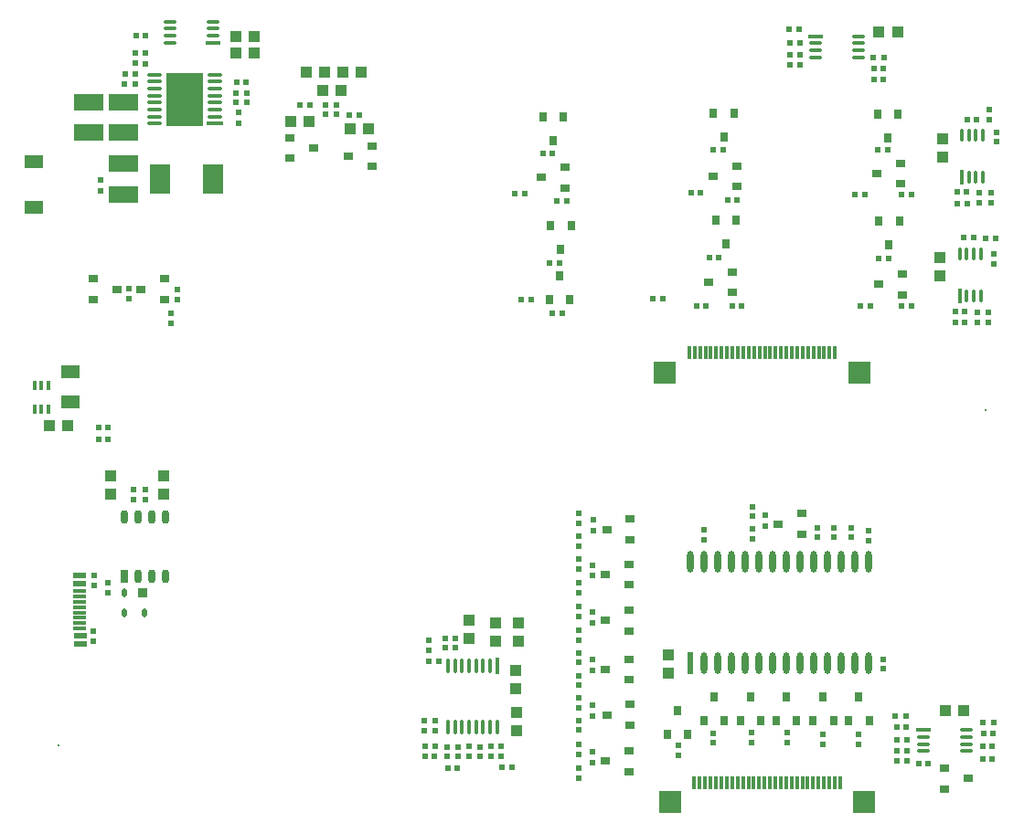
<source format=gtp>
G04*
G04 #@! TF.GenerationSoftware,Altium Limited,Altium Designer,20.2.7 (254)*
G04*
G04 Layer_Color=8421504*
%FSLAX44Y44*%
%MOMM*%
G71*
G04*
G04 #@! TF.SameCoordinates,7EC108C9-9281-4557-961A-1BC1E5D73618*
G04*
G04*
G04 #@! TF.FilePolarity,Positive*
G04*
G01*
G75*
%ADD15R,0.6000X0.6000*%
%ADD16R,1.3000X0.3000*%
%ADD17R,1.3000X0.6000*%
%ADD18R,2.7000X1.6000*%
%ADD19R,0.6000X0.5500*%
%ADD20R,0.6000X0.6000*%
%ADD21R,0.5500X0.6000*%
%ADD22R,1.1000X1.0000*%
%ADD23R,0.4000X0.9000*%
%ADD24R,1.9050X2.7900*%
%ADD25O,1.5000X0.3500*%
%ADD26R,1.5000X0.3500*%
%ADD27R,3.4000X5.0000*%
%ADD28O,0.7000X1.3000*%
%ADD29R,0.7000X1.3000*%
%ADD30C,0.3000*%
%ADD31R,2.0000X2.0000*%
%ADD32R,0.3000X1.2000*%
%ADD33R,0.9000X0.8000*%
%ADD34R,0.8000X0.9000*%
%ADD35R,0.8800X0.8500*%
%ADD36O,0.5000X0.8500*%
%ADD37R,1.7600X1.3000*%
%ADD38R,1.8000X1.3000*%
%ADD39O,1.3500X0.3500*%
%ADD40R,1.3500X0.3500*%
%ADD41O,0.3500X1.3500*%
%ADD42R,0.3500X1.3500*%
%ADD43O,0.3500X1.5000*%
%ADD44R,0.3500X1.5000*%
%ADD45O,0.6000X2.0000*%
%ADD46R,0.6000X2.0000*%
%ADD47R,1.0000X1.1000*%
D15*
X208000Y704000D02*
D03*
Y694000D02*
D03*
X80000Y631000D02*
D03*
Y641000D02*
D03*
X121000Y749000D02*
D03*
Y759000D02*
D03*
X536378Y326277D02*
D03*
Y316277D02*
D03*
X535378Y284277D02*
D03*
Y274277D02*
D03*
Y196277D02*
D03*
Y186277D02*
D03*
X535378Y240278D02*
D03*
Y230278D02*
D03*
Y111277D02*
D03*
Y101277D02*
D03*
X535378Y154277D02*
D03*
Y144277D02*
D03*
X694870Y330310D02*
D03*
Y320310D02*
D03*
D16*
X60625Y225250D02*
D03*
Y245250D02*
D03*
Y240250D02*
D03*
Y235250D02*
D03*
Y250250D02*
D03*
Y230250D02*
D03*
Y255250D02*
D03*
Y260250D02*
D03*
D17*
X60675Y274750D02*
D03*
X60700Y218800D02*
D03*
X60675Y266750D02*
D03*
X60700Y210800D02*
D03*
D18*
X101000Y656000D02*
D03*
Y628000D02*
D03*
X69000Y713000D02*
D03*
Y685000D02*
D03*
X101000Y713000D02*
D03*
Y685000D02*
D03*
D19*
X111500Y739000D02*
D03*
X102500D02*
D03*
X205500Y732000D02*
D03*
X214500D02*
D03*
X112500Y775000D02*
D03*
X121500D02*
D03*
X401090Y95480D02*
D03*
X410090D02*
D03*
X380090Y106490D02*
D03*
X389090D02*
D03*
X319460Y701310D02*
D03*
X310460D02*
D03*
X264560Y710720D02*
D03*
X273560D02*
D03*
X795660Y744500D02*
D03*
X804660D02*
D03*
X726660Y780500D02*
D03*
X717660D02*
D03*
X795660Y734500D02*
D03*
X804660D02*
D03*
X718160Y747500D02*
D03*
X727160D02*
D03*
Y757500D02*
D03*
X718160D02*
D03*
X727160Y768500D02*
D03*
X718160D02*
D03*
X882230Y696900D02*
D03*
X891230D02*
D03*
X872730Y629900D02*
D03*
X881730D02*
D03*
X879230Y587400D02*
D03*
X888230D02*
D03*
X871230Y518900D02*
D03*
X880230D02*
D03*
X873230Y618900D02*
D03*
X882230D02*
D03*
X899230Y586900D02*
D03*
X908230D02*
D03*
X871230Y508900D02*
D03*
X880230D02*
D03*
X460580Y96600D02*
D03*
X451580D02*
D03*
X647370Y669310D02*
D03*
X656370D02*
D03*
X489370Y665310D02*
D03*
X498370D02*
D03*
X800370Y568310D02*
D03*
X809370D02*
D03*
X380240Y116630D02*
D03*
X389240D02*
D03*
X393000Y194540D02*
D03*
X384000D02*
D03*
X660370Y622310D02*
D03*
X669370D02*
D03*
X502370Y621310D02*
D03*
X511370D02*
D03*
X821370Y524310D02*
D03*
X830370D02*
D03*
X591370Y531310D02*
D03*
X600370D02*
D03*
X643500Y569000D02*
D03*
X652500D02*
D03*
X799370Y669310D02*
D03*
X808370D02*
D03*
X495370Y564310D02*
D03*
X504370D02*
D03*
X626370Y629310D02*
D03*
X635370D02*
D03*
X664370Y524310D02*
D03*
X673370D02*
D03*
X821370Y627310D02*
D03*
X830370D02*
D03*
X498370Y517310D02*
D03*
X507370D02*
D03*
X463370Y628310D02*
D03*
X472370D02*
D03*
X783370Y524310D02*
D03*
X792370D02*
D03*
X631370D02*
D03*
X640370D02*
D03*
X778370Y627310D02*
D03*
X787370D02*
D03*
X825870Y134310D02*
D03*
X816870D02*
D03*
X846370Y100310D02*
D03*
X837370D02*
D03*
X826370Y102306D02*
D03*
X817370D02*
D03*
X826370Y122306D02*
D03*
X817370D02*
D03*
X469329Y530537D02*
D03*
X478329D02*
D03*
X897370Y128310D02*
D03*
X906370D02*
D03*
X896370Y116310D02*
D03*
X905370D02*
D03*
X896370Y104310D02*
D03*
X905370D02*
D03*
X77920Y400600D02*
D03*
X86920D02*
D03*
X86920Y411600D02*
D03*
X77920D02*
D03*
D20*
X112000Y730000D02*
D03*
X102000D02*
D03*
X205000Y722000D02*
D03*
X215000D02*
D03*
X205000Y713000D02*
D03*
X215000D02*
D03*
X906870Y138310D02*
D03*
X896870D02*
D03*
X805160Y754500D02*
D03*
X795160D02*
D03*
X815870Y144310D02*
D03*
X825870D02*
D03*
X816870Y112306D02*
D03*
X826870D02*
D03*
D21*
X112000Y749500D02*
D03*
Y758500D02*
D03*
X410870Y106670D02*
D03*
Y115670D02*
D03*
X379390Y139660D02*
D03*
Y130660D02*
D03*
X441270Y116250D02*
D03*
Y107250D02*
D03*
X758870Y309810D02*
D03*
Y318810D02*
D03*
X774870Y309810D02*
D03*
Y318810D02*
D03*
X791254Y306787D02*
D03*
Y315788D02*
D03*
X804870Y196810D02*
D03*
Y187810D02*
D03*
X638254Y307787D02*
D03*
Y316787D02*
D03*
X743870Y318810D02*
D03*
Y309810D02*
D03*
X781258Y127288D02*
D03*
Y118287D02*
D03*
X748258Y127288D02*
D03*
Y118287D02*
D03*
X614870Y116810D02*
D03*
Y107810D02*
D03*
X715258Y128787D02*
D03*
Y119788D02*
D03*
X647258Y128287D02*
D03*
Y119288D02*
D03*
X682258Y128787D02*
D03*
Y119788D02*
D03*
X86300Y267570D02*
D03*
Y258570D02*
D03*
X73000Y213500D02*
D03*
Y222500D02*
D03*
X74000Y265500D02*
D03*
Y274500D02*
D03*
X420870Y106810D02*
D03*
Y115810D02*
D03*
X297960Y710810D02*
D03*
Y701810D02*
D03*
X287960Y710810D02*
D03*
Y701810D02*
D03*
X400630Y106740D02*
D03*
Y115740D02*
D03*
X902730Y697400D02*
D03*
Y706400D02*
D03*
X909730Y676400D02*
D03*
Y685400D02*
D03*
X906730Y563400D02*
D03*
Y572400D02*
D03*
X893730Y620400D02*
D03*
Y629400D02*
D03*
X891730Y509400D02*
D03*
Y518400D02*
D03*
X904730Y629400D02*
D03*
Y620400D02*
D03*
X901730Y518400D02*
D03*
Y509400D02*
D03*
X383550Y214440D02*
D03*
Y205440D02*
D03*
X398940Y207240D02*
D03*
Y216240D02*
D03*
X121470Y353980D02*
D03*
Y344980D02*
D03*
X389870Y139810D02*
D03*
Y130810D02*
D03*
X110470Y353980D02*
D03*
Y344980D02*
D03*
X408600Y207420D02*
D03*
Y216420D02*
D03*
X431090Y115750D02*
D03*
Y106750D02*
D03*
X450920Y116320D02*
D03*
Y107320D02*
D03*
X522378Y331777D02*
D03*
Y322777D02*
D03*
Y310777D02*
D03*
Y301777D02*
D03*
Y289777D02*
D03*
Y280777D02*
D03*
Y267777D02*
D03*
Y258778D02*
D03*
Y202777D02*
D03*
Y193778D02*
D03*
Y181777D02*
D03*
Y172778D02*
D03*
X522378Y245777D02*
D03*
Y236777D02*
D03*
Y223778D02*
D03*
Y214778D02*
D03*
X522378Y117777D02*
D03*
Y108778D02*
D03*
Y95777D02*
D03*
Y86777D02*
D03*
X145100Y508440D02*
D03*
Y517440D02*
D03*
X522378Y160777D02*
D03*
Y151777D02*
D03*
X522374Y140278D02*
D03*
Y131278D02*
D03*
X683378Y308777D02*
D03*
Y317777D02*
D03*
X683374Y329277D02*
D03*
Y338278D02*
D03*
X106100Y531440D02*
D03*
Y540440D02*
D03*
X151100Y530440D02*
D03*
Y539440D02*
D03*
D22*
X49500Y413000D02*
D03*
X32500D02*
D03*
X817660Y778500D02*
D03*
X800660D02*
D03*
X310960Y688310D02*
D03*
X327960D02*
D03*
X272560Y695720D02*
D03*
X255560D02*
D03*
X302460Y724310D02*
D03*
X285460D02*
D03*
X270460Y741310D02*
D03*
X287460D02*
D03*
X321460Y741310D02*
D03*
X304460D02*
D03*
X861870Y149310D02*
D03*
X878870D02*
D03*
X205000Y759000D02*
D03*
X222000D02*
D03*
X205000Y774500D02*
D03*
X222000D02*
D03*
D23*
X18500Y451000D02*
D03*
X25000D02*
D03*
X31500D02*
D03*
X18500Y429000D02*
D03*
X25000D02*
D03*
X31500D02*
D03*
D24*
X135000Y642000D02*
D03*
X183510Y642247D02*
D03*
D25*
X186000Y712750D02*
D03*
Y719250D02*
D03*
Y699750D02*
D03*
Y706250D02*
D03*
Y738750D02*
D03*
Y725750D02*
D03*
Y732250D02*
D03*
X130000Y738750D02*
D03*
Y732250D02*
D03*
Y719250D02*
D03*
Y725750D02*
D03*
Y712750D02*
D03*
Y699750D02*
D03*
Y706250D02*
D03*
Y693250D02*
D03*
D26*
X186000D02*
D03*
D27*
X158000Y716000D02*
D03*
D28*
X139870Y328480D02*
D03*
X127170D02*
D03*
X114470D02*
D03*
X101770D02*
D03*
X139870Y273480D02*
D03*
X127170D02*
D03*
X114470D02*
D03*
D29*
X101770D02*
D03*
D30*
X899200Y427980D02*
D03*
X41030Y116800D02*
D03*
D31*
X602120Y462810D02*
D03*
X782120D02*
D03*
X606870Y64185D02*
D03*
X786870D02*
D03*
D32*
X759870Y481310D02*
D03*
X754870D02*
D03*
X749870D02*
D03*
X744870D02*
D03*
X739870D02*
D03*
X734870D02*
D03*
X729870D02*
D03*
X714870D02*
D03*
X709870D02*
D03*
X704870D02*
D03*
X699870D02*
D03*
X684870D02*
D03*
X679870D02*
D03*
X674870D02*
D03*
X669870D02*
D03*
X664870D02*
D03*
X659870D02*
D03*
X654870D02*
D03*
X649870D02*
D03*
X644870D02*
D03*
X639870D02*
D03*
X634870D02*
D03*
X629870D02*
D03*
X624870D02*
D03*
X694870D02*
D03*
X689870D02*
D03*
X724870D02*
D03*
X719870D02*
D03*
X764620Y82685D02*
D03*
X759620D02*
D03*
X754620D02*
D03*
X749620D02*
D03*
X744620D02*
D03*
X739620D02*
D03*
X734620D02*
D03*
X719620D02*
D03*
X714620D02*
D03*
X709620D02*
D03*
X704620D02*
D03*
X689620D02*
D03*
X684620D02*
D03*
X679620D02*
D03*
X674620D02*
D03*
X669620D02*
D03*
X664620D02*
D03*
X659620D02*
D03*
X654620D02*
D03*
X649620D02*
D03*
X644620D02*
D03*
X639620D02*
D03*
X634620D02*
D03*
X629620D02*
D03*
X699620D02*
D03*
X694620D02*
D03*
X729620D02*
D03*
X724620D02*
D03*
D33*
X668870Y653810D02*
D03*
X646870Y644310D02*
D03*
X668870Y634810D02*
D03*
X509870Y652810D02*
D03*
X487870Y643310D02*
D03*
X509870Y633810D02*
D03*
X821870Y553810D02*
D03*
X799870Y544310D02*
D03*
X821870Y534810D02*
D03*
X664870Y555810D02*
D03*
X642870Y546310D02*
D03*
X664870Y536810D02*
D03*
X820870Y656810D02*
D03*
X798870Y647310D02*
D03*
X820870Y637810D02*
D03*
X139100Y549440D02*
D03*
X117100Y539940D02*
D03*
X139100Y530440D02*
D03*
X330960Y672810D02*
D03*
X308960Y663310D02*
D03*
X330960Y653810D02*
D03*
X255060Y661220D02*
D03*
X277060Y670720D02*
D03*
X255060Y680220D02*
D03*
X860870Y76810D02*
D03*
X882870Y86310D02*
D03*
X860870Y95810D02*
D03*
X569378Y284777D02*
D03*
X547378Y275277D02*
D03*
X569378Y265777D02*
D03*
X569377Y196777D02*
D03*
X547377Y187277D02*
D03*
X569377Y177777D02*
D03*
X570377Y326777D02*
D03*
X548376Y317277D02*
D03*
X570377Y307777D02*
D03*
X569374Y242278D02*
D03*
X547374Y232778D02*
D03*
X569374Y223277D02*
D03*
X569377Y111777D02*
D03*
X547377Y102277D02*
D03*
X569377Y92777D02*
D03*
X570377Y154777D02*
D03*
X548377Y145277D02*
D03*
X570377Y135777D02*
D03*
X728870Y331810D02*
D03*
X706870Y322310D02*
D03*
X728870Y312810D02*
D03*
X73100Y530440D02*
D03*
X95100Y539940D02*
D03*
X73100Y549440D02*
D03*
D34*
X514370Y530310D02*
D03*
X504870Y552310D02*
D03*
X495370Y530310D02*
D03*
X623370Y127310D02*
D03*
X613870Y149310D02*
D03*
X604370Y127310D02*
D03*
X791370Y140310D02*
D03*
X781870Y162310D02*
D03*
X772370Y140310D02*
D03*
X758370D02*
D03*
X748870Y162310D02*
D03*
X739370Y140310D02*
D03*
X657370D02*
D03*
X647870Y162310D02*
D03*
X638370Y140310D02*
D03*
X724370D02*
D03*
X714870Y162310D02*
D03*
X705370Y140310D02*
D03*
X691370D02*
D03*
X681870Y162310D02*
D03*
X672370Y140310D02*
D03*
X647370Y703310D02*
D03*
X656870Y681310D02*
D03*
X666370Y703310D02*
D03*
X489370Y699310D02*
D03*
X498870Y677310D02*
D03*
X508370Y699310D02*
D03*
X800370Y603310D02*
D03*
X809870Y581310D02*
D03*
X819370Y603310D02*
D03*
X649500Y604000D02*
D03*
X659000Y582000D02*
D03*
X668500Y604000D02*
D03*
X799143Y702269D02*
D03*
X808643Y680269D02*
D03*
X818143Y702269D02*
D03*
X496500Y599000D02*
D03*
X506000Y577000D02*
D03*
X515500Y599000D02*
D03*
D35*
X118340Y258490D02*
D03*
D36*
X101340D02*
D03*
X120340Y239490D02*
D03*
X101340D02*
D03*
D37*
X18000Y615400D02*
D03*
Y658000D02*
D03*
D38*
X52000Y435000D02*
D03*
Y463000D02*
D03*
D39*
X781660Y774500D02*
D03*
Y768000D02*
D03*
Y761500D02*
D03*
Y755000D02*
D03*
X742160D02*
D03*
Y761500D02*
D03*
Y768000D02*
D03*
X881370Y131310D02*
D03*
Y124810D02*
D03*
Y118310D02*
D03*
Y111810D02*
D03*
X841870D02*
D03*
Y118310D02*
D03*
Y124810D02*
D03*
X144500Y768500D02*
D03*
Y775000D02*
D03*
Y781500D02*
D03*
Y788000D02*
D03*
X184000D02*
D03*
Y781500D02*
D03*
Y775000D02*
D03*
D40*
X742160Y774500D02*
D03*
X841870Y131310D02*
D03*
X184000Y768500D02*
D03*
D41*
X877230Y682900D02*
D03*
X883730D02*
D03*
X890230D02*
D03*
X896730D02*
D03*
Y643400D02*
D03*
X890230D02*
D03*
X883730D02*
D03*
X875230Y572900D02*
D03*
X881730D02*
D03*
X888230D02*
D03*
X894730D02*
D03*
Y533400D02*
D03*
X888230D02*
D03*
X881730D02*
D03*
D42*
X877230Y643400D02*
D03*
X875230Y533400D02*
D03*
D43*
X446870Y134310D02*
D03*
X440370D02*
D03*
X433870D02*
D03*
X427370D02*
D03*
X420870D02*
D03*
X414370D02*
D03*
X407870D02*
D03*
Y190310D02*
D03*
X414370D02*
D03*
X420870D02*
D03*
X427370D02*
D03*
X433870D02*
D03*
X440370D02*
D03*
X401370Y134310D02*
D03*
Y190310D02*
D03*
D44*
X446870D02*
D03*
D45*
X714604Y287288D02*
D03*
X727304D02*
D03*
X676504D02*
D03*
X778104D02*
D03*
X790804D02*
D03*
X765404D02*
D03*
X740004D02*
D03*
X752704D02*
D03*
X663804D02*
D03*
X638404D02*
D03*
X651104D02*
D03*
X625704D02*
D03*
X778104Y193288D02*
D03*
X752704D02*
D03*
X765404D02*
D03*
X790804D02*
D03*
X651104D02*
D03*
X701904D02*
D03*
X689204D02*
D03*
X663804D02*
D03*
X676504D02*
D03*
X638404D02*
D03*
X740004D02*
D03*
X727304D02*
D03*
X714604D02*
D03*
X701904Y287288D02*
D03*
X689204D02*
D03*
D46*
X625704Y193288D02*
D03*
D47*
X605870Y183810D02*
D03*
Y200810D02*
D03*
X859730Y662400D02*
D03*
Y679400D02*
D03*
X856730Y552400D02*
D03*
Y569400D02*
D03*
X89470Y349980D02*
D03*
Y366980D02*
D03*
X138470Y349980D02*
D03*
Y366980D02*
D03*
X464870Y147810D02*
D03*
Y130810D02*
D03*
X421070Y215750D02*
D03*
Y232750D02*
D03*
X463870Y169810D02*
D03*
Y186810D02*
D03*
X466580Y213440D02*
D03*
Y230440D02*
D03*
X445320Y213580D02*
D03*
Y230580D02*
D03*
M02*

</source>
